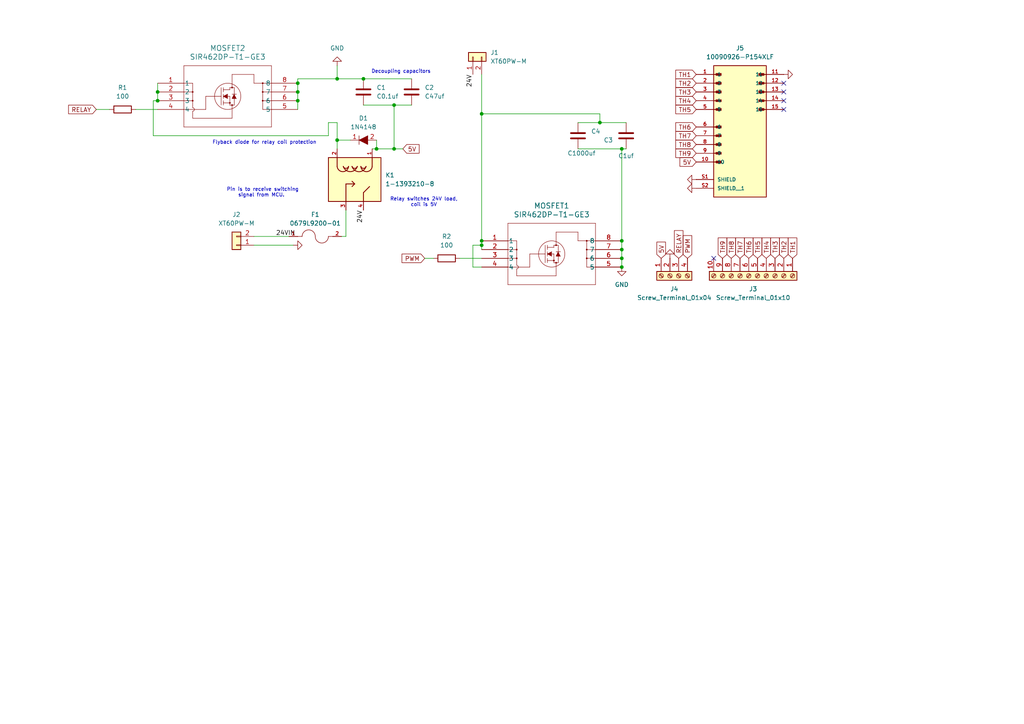
<source format=kicad_sch>
(kicad_sch (version 20250114) (generator "eeschema") (generator_version "9.0")
  (paper "A4")
  (lib_symbols
    (symbol "0679L9200-01:0679L9200-01" (pin_names (offset 1.016))
      (property "Reference" "F" (at -5.08 2.54 0))
      (property "Value" "0679L9200-01" (at -5.08 -3.81 0))
      (symbol "0679L9200-01_0_0"
        (polyline (pts (xy -5.08 0) (xy -3.81 0)) (stroke (width 0.1524)))
        (arc (start -3.81 0) (mid -1.905 1.8967) (end 0 0) (stroke (width 0.1524)))
        (arc (start 3.81 0) (mid 1.905 -1.8967) (end 0 0) (stroke (width 0.1524)))
        (polyline (pts (xy 5.08 0) (xy 3.81 0)) (stroke (width 0.1524)))
        (pin passive line (at -7.62 0 0) (length 2.54) (name "~") (number "1"))
        (pin passive line (at 7.62 0 180) (length 2.54) (name "~") (number "2"))
      )
    )
    (symbol "1-1393210-8:1-1393210-8" (pin_names (offset 1.016))
      (property "Reference" "K" (at -7.6217 8.1298 0))
      (property "Value" "1-1393210-8" (at -7.626 -10.1679 0))
      (symbol "1-1393210-8_0_0"
        (polyline (pts (xy -7.62 5.08) (xy -5.08 5.08)) (stroke (width 0.254)))
        (polyline (pts (xy -7.62 -5.08) (xy -5.08 -5.08)) (stroke (width 0.254)))
        (rectangle (start -7.62 -7.62) (end 5.08 7.62) (stroke (width 0.254)) (fill (type background)))
        (arc (start -5.08 0.762) (mid -3.556 -1.2604) (end -5.08 -3.302) (stroke (width 0.254)))
        (arc (start -5.08 3.302) (mid -3.5407 1.2593) (end -5.08 -0.762) (stroke (width 0.254)))
        (arc (start -5.08 3.302) (mid -4.5085 2.54) (end -5.08 1.778) (stroke (width 0.254)))
        (arc (start -5.08 0.762) (mid -4.5085 0) (end -5.08 -0.762) (stroke (width 0.254)))
        (arc (start -5.08 -1.778) (mid -4.5085 -2.54) (end -5.08 -3.302) (stroke (width 0.254)))
        (arc (start -5.08 5.08) (mid -3.5512 3.4405) (end -5.08 1.778) (stroke (width 0.254)))
        (arc (start -5.08 -1.778) (mid -3.5512 -3.4175) (end -5.08 -5.08) (stroke (width 0.254)))
        (polyline (pts (xy 0 0) (xy -0.762 -0.762)) (stroke (width 0.254)))
        (polyline (pts (xy 0 0) (xy 0.762 -0.762)) (stroke (width 0.254)))
        (polyline (pts (xy 0 -2.54) (xy 0 0)) (stroke (width 0.254)))
        (polyline (pts (xy 2.54 2.54) (xy 0.762 4.318)) (stroke (width 0.254)))
        (polyline (pts (xy 5.08 2.54) (xy 2.54 2.54)) (stroke (width 0.254)))
        (polyline (pts (xy 5.08 -2.54) (xy 0 -2.54)) (stroke (width 0.254)))
        (pin passive line (at -10.16 5.08 0) (length 2.54) (name "~") (number "1"))
        (pin passive line (at -10.16 -5.08 0) (length 2.54) (name "~") (number "2"))
        (pin passive line (at 7.62 2.54 180) (length 2.54) (name "~") (number "4"))
        (pin passive line (at 7.62 -2.54 180) (length 2.54) (name "~") (number "3"))
      )
    )
    (symbol "10090926-P154XLF:10090926-P154XLF" (pin_names (offset 1.016))
      (property "Reference" "J" (at -7.62 19.05 0))
      (property "Value" "10090926-P154XLF" (at -7.62 -22.86 0))
      (symbol "10090926-P154XLF_0_0"
        (polyline (pts (xy -7.62 15.24) (xy -5.715 15.24)) (stroke (width 0.254)))
        (polyline (pts (xy -7.62 12.7) (xy -5.715 12.7)) (stroke (width 0.254)))
        (polyline (pts (xy -7.62 10.16) (xy -5.715 10.16)) (stroke (width 0.254)))
        (polyline (pts (xy -7.62 7.62) (xy -5.715 7.62)) (stroke (width 0.254)))
        (polyline (pts (xy -7.62 5.08) (xy -5.715 5.08)) (stroke (width 0.254)))
        (polyline (pts (xy -7.62 0) (xy -5.715 0)) (stroke (width 0.254)))
        (polyline (pts (xy -7.62 -2.54) (xy -5.715 -2.54)) (stroke (width 0.254)))
        (polyline (pts (xy -7.62 -5.08) (xy -5.715 -5.08)) (stroke (width 0.254)))
        (polyline (pts (xy -7.62 -7.62) (xy -5.715 -7.62)) (stroke (width 0.254)))
        (polyline (pts (xy -7.62 -10.16) (xy -5.715 -10.16)) (stroke (width 0.254)))
        (rectangle (start -7.62 -20.32) (end 7.62 17.78) (stroke (width 0.254)) (fill (type background)))
        (rectangle (start -6.985 14.9225) (end -5.3975 15.5575) (stroke (width 0.1)) (fill (type outline)))
        (rectangle (start -6.985 12.3825) (end -5.3975 13.0175) (stroke (width 0.1)) (fill (type outline)))
        (rectangle (start -6.985 9.8425) (end -5.3975 10.4775) (stroke (width 0.1)) (fill (type outline)))
        (rectangle (start -6.985 7.3025) (end -5.3975 7.9375) (stroke (width 0.1)) (fill (type outline)))
        (rectangle (start -6.985 4.7625) (end -5.3975 5.3975) (stroke (width 0.1)) (fill (type outline)))
        (rectangle (start -6.985 -0.3175) (end -5.3975 0.3175) (stroke (width 0.1)) (fill (type outline)))
        (rectangle (start -6.985 -2.8575) (end -5.3975 -2.2225) (stroke (width 0.1)) (fill (type outline)))
        (rectangle (start -6.985 -5.3975) (end -5.3975 -4.7625) (stroke (width 0.1)) (fill (type outline)))
        (rectangle (start -6.985 -7.9375) (end -5.3975 -7.3025) (stroke (width 0.1)) (fill (type outline)))
        (rectangle (start -6.985 -10.4775) (end -5.3975 -9.8425) (stroke (width 0.1)) (fill (type outline)))
        (rectangle (start 5.3975 14.9225) (end 6.985 15.5575) (stroke (width 0.1)) (fill (type outline)))
        (rectangle (start 5.3975 12.3825) (end 6.985 13.0175) (stroke (width 0.1)) (fill (type outline)))
        (rectangle (start 5.3975 9.8425) (end 6.985 10.4775) (stroke (width 0.1)) (fill (type outline)))
        (rectangle (start 5.3975 7.3025) (end 6.985 7.9375) (stroke (width 0.1)) (fill (type outline)))
        (rectangle (start 5.3975 4.7625) (end 6.985 5.3975) (stroke (width 0.1)) (fill (type outline)))
        (polyline (pts (xy 7.62 15.24) (xy 5.715 15.24)) (stroke (width 0.254)))
        (polyline (pts (xy 7.62 12.7) (xy 5.715 12.7)) (stroke (width 0.254)))
        (polyline (pts (xy 7.62 10.16) (xy 5.715 10.16)) (stroke (width 0.254)))
        (polyline (pts (xy 7.62 7.62) (xy 5.715 7.62)) (stroke (width 0.254)))
        (polyline (pts (xy 7.62 5.08) (xy 5.715 5.08)) (stroke (width 0.254)))
        (pin passive line (at -12.7 15.24 0) (length 5.08) (name "1") (number "1"))
        (pin passive line (at -12.7 12.7 0) (length 5.08) (name "2") (number "2"))
        (pin passive line (at -12.7 10.16 0) (length 5.08) (name "3") (number "3"))
        (pin passive line (at -12.7 7.62 0) (length 5.08) (name "4") (number "4"))
        (pin passive line (at -12.7 5.08 0) (length 5.08) (name "5") (number "5"))
        (pin passive line (at -12.7 0 0) (length 5.08) (name "6") (number "6"))
        (pin passive line (at -12.7 -2.54 0) (length 5.08) (name "7") (number "7"))
        (pin passive line (at -12.7 -5.08 0) (length 5.08) (name "8") (number "8"))
        (pin passive line (at -12.7 -7.62 0) (length 5.08) (name "9") (number "9"))
        (pin passive line (at -12.7 -10.16 0) (length 5.08) (name "10") (number "10"))
        (pin passive line (at -12.7 -15.24 0) (length 5.08) (name "SHIELD") (number "S1"))
        (pin passive line (at -12.7 -17.78 0) (length 5.08) (name "SHIELD__1") (number "S2"))
        (pin passive line (at 12.7 15.24 180) (length 5.08) (name "11") (number "11"))
        (pin passive line (at 12.7 12.7 180) (length 5.08) (name "12") (number "12"))
        (pin passive line (at 12.7 10.16 180) (length 5.08) (name "13") (number "13"))
        (pin passive line (at 12.7 7.62 180) (length 5.08) (name "14") (number "14"))
        (pin passive line (at 12.7 5.08 180) (length 5.08) (name "15") (number "15"))
      )
    )
    (symbol "Connector:Screw_Terminal_01x04" (pin_names (offset 1.016) (hide yes))
      (property "Reference" "J" (at 0 5.08 0))
      (property "Value" "Screw_Terminal_01x04" (at 0 -7.62 0))
      (symbol "Screw_Terminal_01x04_1_1"
        (rectangle (start -1.27 3.81) (end 1.27 -6.35) (stroke (width 0.254)) (fill (type background)))
        (polyline (pts (xy -0.5334 2.8702) (xy 0.3302 2.032)) (stroke (width 0.1524)))
        (polyline (pts (xy -0.5334 0.3302) (xy 0.3302 -0.508)) (stroke (width 0.1524)))
        (polyline (pts (xy -0.5334 -2.2098) (xy 0.3302 -3.048)) (stroke (width 0.1524)))
        (polyline (pts (xy -0.5334 -4.7498) (xy 0.3302 -5.588)) (stroke (width 0.1524)))
        (polyline (pts (xy -0.3556 3.048) (xy 0.508 2.2098)) (stroke (width 0.1524)))
        (polyline (pts (xy -0.3556 0.508) (xy 0.508 -0.3302)) (stroke (width 0.1524)))
        (polyline (pts (xy -0.3556 -2.032) (xy 0.508 -2.8702)) (stroke (width 0.1524)))
        (polyline (pts (xy -0.3556 -4.572) (xy 0.508 -5.4102)) (stroke (width 0.1524)))
        (circle (center 0 2.54) (radius 0.635) (stroke (width 0.1524)))
        (circle (center 0 0) (radius 0.635) (stroke (width 0.1524)))
        (circle (center 0 -2.54) (radius 0.635) (stroke (width 0.1524)))
        (circle (center 0 -5.08) (radius 0.635) (stroke (width 0.1524)))
        (pin passive line (at -5.08 2.54 0) (length 3.81) (name "Pin_1") (number "1"))
        (pin passive line (at -5.08 0 0) (length 3.81) (name "Pin_2") (number "2"))
        (pin passive line (at -5.08 -2.54 0) (length 3.81) (name "Pin_3") (number "3"))
        (pin passive line (at -5.08 -5.08 0) (length 3.81) (name "Pin_4") (number "4"))
      )
    )
    (symbol "Connector:Screw_Terminal_01x10" (pin_names (offset 1.016) (hide yes))
      (property "Reference" "J" (at 0 12.7 0))
      (property "Value" "Screw_Terminal_01x10" (at 0 -15.24 0))
      (symbol "Screw_Terminal_01x10_1_1"
        (rectangle (start -1.27 11.43) (end 1.27 -13.97) (stroke (width 0.254)) (fill (type background)))
        (polyline (pts (xy -0.5334 10.4902) (xy 0.3302 9.652)) (stroke (width 0.1524)))
        (polyline (pts (xy -0.5334 7.9502) (xy 0.3302 7.112)) (stroke (width 0.1524)))
        (polyline (pts (xy -0.5334 5.4102) (xy 0.3302 4.572)) (stroke (width 0.1524)))
        (polyline (pts (xy -0.5334 2.8702) (xy 0.3302 2.032)) (stroke (width 0.1524)))
        (polyline (pts (xy -0.5334 0.3302) (xy 0.3302 -0.508)) (stroke (width 0.1524)))
        (polyline (pts (xy -0.5334 -2.2098) (xy 0.3302 -3.048)) (stroke (width 0.1524)))
        (polyline (pts (xy -0.5334 -4.7498) (xy 0.3302 -5.588)) (stroke (width 0.1524)))
        (polyline (pts (xy -0.5334 -7.2898) (xy 0.3302 -8.128)) (stroke (width 0.1524)))
        (polyline (pts (xy -0.5334 -9.8298) (xy 0.3302 -10.668)) (stroke (width 0.1524)))
        (polyline (pts (xy -0.5334 -12.3698) (xy 0.3302 -13.208)) (stroke (width 0.1524)))
        (polyline (pts (xy -0.3556 10.668) (xy 0.508 9.8298)) (stroke (width 0.1524)))
        (polyline (pts (xy -0.3556 8.128) (xy 0.508 7.2898)) (stroke (width 0.1524)))
        (polyline (pts (xy -0.3556 5.588) (xy 0.508 4.7498)) (stroke (width 0.1524)))
        (polyline (pts (xy -0.3556 3.048) (xy 0.508 2.2098)) (stroke (width 0.1524)))
        (polyline (pts (xy -0.3556 0.508) (xy 0.508 -0.3302)) (stroke (width 0.1524)))
        (polyline (pts (xy -0.3556 -2.032) (xy 0.508 -2.8702)) (stroke (width 0.1524)))
        (polyline (pts (xy -0.3556 -4.572) (xy 0.508 -5.4102)) (stroke (width 0.1524)))
        (polyline (pts (xy -0.3556 -7.112) (xy 0.508 -7.9502)) (stroke (width 0.1524)))
        (polyline (pts (xy -0.3556 -9.652) (xy 0.508 -10.4902)) (stroke (width 0.1524)))
        (polyline (pts (xy -0.3556 -12.192) (xy 0.508 -13.0302)) (stroke (width 0.1524)))
        (circle (center 0 10.16) (radius 0.635) (stroke (width 0.1524)))
        (circle (center 0 7.62) (radius 0.635) (stroke (width 0.1524)))
        (circle (center 0 5.08) (radius 0.635) (stroke (width 0.1524)))
        (circle (center 0 2.54) (radius 0.635) (stroke (width 0.1524)))
        (circle (center 0 0) (radius 0.635) (stroke (width 0.1524)))
        (circle (center 0 -2.54) (radius 0.635) (stroke (width 0.1524)))
        (circle (center 0 -5.08) (radius 0.635) (stroke (width 0.1524)))
        (circle (center 0 -7.62) (radius 0.635) (stroke (width 0.1524)))
        (circle (center 0 -10.16) (radius 0.635) (stroke (width 0.1524)))
        (circle (center 0 -12.7) (radius 0.635) (stroke (width 0.1524)))
        (pin passive line (at -5.08 10.16 0) (length 3.81) (name "Pin_1") (number "1"))
        (pin passive line (at -5.08 7.62 0) (length 3.81) (name "Pin_2") (number "2"))
        (pin passive line (at -5.08 5.08 0) (length 3.81) (name "Pin_3") (number "3"))
        (pin passive line (at -5.08 2.54 0) (length 3.81) (name "Pin_4") (number "4"))
        (pin passive line (at -5.08 0 0) (length 3.81) (name "Pin_5") (number "5"))
        (pin passive line (at -5.08 -2.54 0) (length 3.81) (name "Pin_6") (number "6"))
        (pin passive line (at -5.08 -5.08 0) (length 3.81) (name "Pin_7") (number "7"))
        (pin passive line (at -5.08 -7.62 0) (length 3.81) (name "Pin_8") (number "8"))
        (pin passive line (at -5.08 -10.16 0) (length 3.81) (name "Pin_9") (number "9"))
        (pin passive line (at -5.08 -12.7 0) (length 3.81) (name "Pin_10") (number "10"))
      )
    )
    (symbol "Connector_Generic:Conn_01x02" (pin_names (offset 1.016) (hide yes))
      (property "Reference" "J" (at 0 2.54 0))
      (property "Value" "Conn_01x02" (at 0 -5.08 0))
      (symbol "Conn_01x02_1_1"
        (rectangle (start -1.27 1.27) (end 1.27 -3.81) (stroke (width 0.254)) (fill (type background)))
        (rectangle (start -1.27 0.127) (end 0 -0.127) (stroke (width 0.1524)))
        (rectangle (start -1.27 -2.413) (end 0 -2.667) (stroke (width 0.1524)))
        (pin passive line (at -5.08 0 0) (length 3.81) (name "Pin_1") (number "1"))
        (pin passive line (at -5.08 -2.54 0) (length 3.81) (name "Pin_2") (number "2"))
      )
    )
    (symbol "Device:C" (pin_numbers (hide yes)) (pin_names (offset 0.254))
      (property "Reference" "C" (at 0.635 2.54 0))
      (property "Value" "C" (at 0.635 -2.54 0))
      (symbol "C_0_1"
        (polyline (pts (xy -2.032 0.762) (xy 2.032 0.762)) (stroke (width 0.508)))
        (polyline (pts (xy -2.032 -0.762) (xy 2.032 -0.762)) (stroke (width 0.508)))
      )
      (symbol "C_1_1"
        (pin passive line (at 0 3.81 270) (length 2.794) (name "~") (number "1"))
        (pin passive line (at 0 -3.81 90) (length 2.794) (name "~") (number "2"))
      )
    )
    (symbol "SIR:SIR462DP-T1-GE3" (pin_names (offset 0.254))
      (property "Reference" "MOSFET" (at 20.32 10.16 0))
      (property "Value" "SIR462DP-T1-GE3" (at 20.32 7.62 0))
      (symbol "SIR462DP-T1-GE3_0_1"
        (polyline (pts (xy 7.62 5.08) (xy 7.62 -12.7)) (stroke (width 0.127)))
        (polyline (pts (xy 7.62 0) (xy 10.16 0)) (stroke (width 0.127)))
        (polyline (pts (xy 7.62 -2.54) (xy 10.16 -2.54)) (stroke (width 0.127)))
        (polyline (pts (xy 7.62 -5.08) (xy 10.16 -5.08)) (stroke (width 0.127)))
        (polyline (pts (xy 7.62 -7.62) (xy 13.97 -7.62)) (stroke (width 0.127)))
        (polyline (pts (xy 7.62 -12.7) (xy 33.02 -12.7)) (stroke (width 0.127)))
        (arc (start 10.16 -7.112) (mid 10.6657 -7.62) (end 10.16 -8.128) (stroke (width 0.127)))
        (polyline (pts (xy 10.16 0) (xy 10.16 -7.112)) (stroke (width 0.127)))
        (circle (center 10.16 -2.54) (radius 0.127) (stroke (width 0.254)))
        (circle (center 10.16 -5.08) (radius 0.127) (stroke (width 0.254)))
        (polyline (pts (xy 10.16 -8.128) (xy 10.16 -10.16)) (stroke (width 0.127)))
        (polyline (pts (xy 10.16 -10.16) (xy 21.59 -10.16)) (stroke (width 0.127)))
        (polyline (pts (xy 13.97 -3.81) (xy 18.415 -3.81)) (stroke (width 0.127)))
        (polyline (pts (xy 13.97 -7.62) (xy 13.97 -3.81)) (stroke (width 0.127)))
        (polyline (pts (xy 18.415 -6.35) (xy 18.415 -1.27)) (stroke (width 0.127)))
        (polyline (pts (xy 19.05 -1.905) (xy 20.955 -1.905)) (stroke (width 0.127)))
        (polyline (pts (xy 19.05 -2.54) (xy 19.05 -1.27)) (stroke (width 0.127)))
        (polyline (pts (xy 19.05 -4.445) (xy 19.05 -3.175)) (stroke (width 0.127)))
        (polyline (pts (xy 19.05 -5.715) (xy 20.955 -5.715)) (stroke (width 0.127)))
        (polyline (pts (xy 19.05 -6.35) (xy 19.05 -5.08)) (stroke (width 0.127)))
        (polyline (pts (xy 20.32 -3.175) (xy 19.05 -3.81) (xy 20.32 -4.445)) (fill (type outline)))
        (polyline (pts (xy 20.32 -3.81) (xy 20.955 -3.81)) (stroke (width 0.127)))
        (circle (center 20.32 -3.81) (radius 3.81) (stroke (width 0.127)))
        (polyline (pts (xy 20.955 -1.27) (xy 22.225 -1.27)) (stroke (width 0.127)))
        (polyline (pts (xy 20.955 -1.905) (xy 20.955 -1.27)) (stroke (width 0.127)))
        (circle (center 20.955 -5.715) (radius 0.127) (stroke (width 0.254)))
        (polyline (pts (xy 20.955 -6.35) (xy 20.955 -3.81)) (stroke (width 0.127)))
        (polyline (pts (xy 20.955 -6.35) (xy 22.225 -6.35)) (stroke (width 0.127)))
        (polyline (pts (xy 21.59 2.54) (xy 21.59 -1.27)) (stroke (width 0.127)))
        (circle (center 21.59 -1.27) (radius 0.127) (stroke (width 0.254)))
        (circle (center 21.59 -6.35) (radius 0.127) (stroke (width 0.254)))
        (polyline (pts (xy 21.59 -10.16) (xy 21.59 -6.35)) (stroke (width 0.127)))
        (polyline (pts (xy 22.225 -3.175) (xy 22.225 -1.27)) (stroke (width 0.127)))
        (polyline (pts (xy 22.225 -6.35) (xy 22.225 -4.445)) (stroke (width 0.127)))
        (polyline (pts (xy 22.86 -3.175) (xy 21.59 -3.175)) (stroke (width 0.127)))
        (polyline (pts (xy 22.86 -4.445) (xy 21.59 -4.445) (xy 22.225 -3.175)) (fill (type outline)))
        (polyline (pts (xy 27.94 2.54) (xy 21.59 2.54)) (stroke (width 0.127)))
        (polyline (pts (xy 27.94 0) (xy 27.94 2.54)) (stroke (width 0.127)))
        (circle (center 30.48 0) (radius 0.127) (stroke (width 0.254)))
        (circle (center 30.48 -2.54) (radius 0.127) (stroke (width 0.254)))
        (circle (center 30.48 -5.08) (radius 0.127) (stroke (width 0.254)))
        (polyline (pts (xy 30.48 -7.62) (xy 30.48 0)) (stroke (width 0.127)))
        (polyline (pts (xy 33.02 5.08) (xy 7.62 5.08)) (stroke (width 0.127)))
        (polyline (pts (xy 33.02 0) (xy 27.94 0)) (stroke (width 0.127)))
        (polyline (pts (xy 33.02 -2.54) (xy 30.48 -2.54)) (stroke (width 0.127)))
        (polyline (pts (xy 33.02 -5.08) (xy 30.48 -5.08)) (stroke (width 0.127)))
        (polyline (pts (xy 33.02 -7.62) (xy 30.48 -7.62)) (stroke (width 0.127)))
        (polyline (pts (xy 33.02 -12.7) (xy 33.02 5.08)) (stroke (width 0.127)))
        (pin unspecified line (at 0 0 0) (length 7.62) (name "1") (number "1"))
        (pin unspecified line (at 0 -2.54 0) (length 7.62) (name "2") (number "2"))
        (pin unspecified line (at 0 -5.08 0) (length 7.62) (name "3") (number "3"))
        (pin unspecified line (at 0 -7.62 0) (length 7.62) (name "4") (number "4"))
        (pin unspecified line (at 40.64 0 180) (length 7.62) (name "8") (number "8"))
        (pin unspecified line (at 40.64 -2.54 180) (length 7.62) (name "7") (number "7"))
        (pin unspecified line (at 40.64 -5.08 180) (length 7.62) (name "6") (number "6"))
        (pin unspecified line (at 40.64 -7.62 180) (length 7.62) (name "5") (number "5"))
      )
    )
    (symbol "ScottoKeebs:Placeholder_Resistor" (pin_numbers (hide yes)) (pin_names (offset 0))
      (property "Reference" "R" (at 0 2.032 0))
      (property "Value" "Resistor" (at 0 -2.54 0))
      (symbol "Placeholder_Resistor_0_1"
        (rectangle (start 2.54 -1.016) (end -2.54 1.016) (stroke (width 0.254)))
      )
      (symbol "Placeholder_Resistor_1_1"
        (pin passive line (at -3.81 0 0) (length 1.27) (name "~") (number "1"))
        (pin passive line (at 3.81 0 180) (length 1.27) (name "~") (number "2"))
      )
    )
    (symbol "dk_Diodes-Rectifiers-Single:1N4148" (pin_names (offset 1.016))
      (property "Reference" "D" (at 0 3.81 0))
      (property "Value" "1N4148" (at 1.27 -3.81 0))
      (symbol "1N4148_0_1"
        (polyline (pts (xy 0 1.27) (xy 0 -1.27)))
        (polyline (pts (xy 0 0) (xy 2.54 0)))
        (polyline (pts (xy 2.54 1.27) (xy 2.54 -1.27) (xy 0 0) (xy 2.54 1.27)) (fill (type outline)))
      )
      (symbol "1N4148_1_1"
        (pin passive line (at -2.54 0 0) (length 2.54) (name "~") (number "1"))
        (pin passive line (at 5.08 0 180) (length 2.54) (name "~") (number "2"))
      )
    )
    (symbol "power:GND" (power) (pin_numbers (hide yes)) (pin_names (offset 0) (hide yes))
      (property "Value" "GND" (at 0 -3.81 0))
      (symbol "GND_0_1"
        (polyline (pts (xy 0 0) (xy 0 -1.27) (xy 1.27 -1.27) (xy 0 -2.54) (xy -1.27 -1.27) (xy 0 -1.27)))
      )
      (symbol "GND_1_1"
        (pin power_in line (at 0 0 270) (length 0) (name "~") (number "1"))
      )
    )
  )
  (text "Decoupling capacitors\n" (at 116.332 20.828 0) (effects (font (size 1.016 1.016))))
  (text "Relay switches 24V load,\ncoil is 5V" (at 122.936 58.674 0) (effects (font (size 1.016 1.016))))
  (text "Flyback diode for relay coil protection" (at 76.708 41.402 0) (effects (font (size 1.016 1.016))))
  (text "Pin is to receive switching\nsignal from MCU. \n" (at 76.2 55.88 0) (effects (font (size 1.016 1.016))))
  (junction (at 180.34 69.85))
  (junction (at 86.36 29.21))
  (junction (at 139.7 71.12))
  (junction (at 139.7 33.02))
  (junction (at 180.34 74.93))
  (junction (at 180.34 72.39))
  (junction (at 114.3 30.48))
  (junction (at 45.72 29.21))
  (junction (at 97.79 40.64))
  (junction (at 139.7 69.85))
  (junction (at 180.34 43.18))
  (junction (at 109.22 43.18))
  (junction (at 180.34 77.47))
  (junction (at 45.72 26.67))
  (junction (at 97.79 22.86))
  (junction (at 173.99 35.56))
  (junction (at 86.36 24.13))
  (junction (at 105.41 22.86))
  (junction (at 86.36 26.67))
  (junction (at 114.3 43.18))
  (no_connect (at 227.33 31.75))
  (no_connect (at 227.33 29.21))
  (no_connect (at 207.01 74.93))
  (no_connect (at 227.33 24.13))
  (no_connect (at 227.33 26.67))
  (wire (pts (xy 139.7 71.12) (xy 139.7 72.39)))
  (wire (pts (xy 45.72 24.13) (xy 45.72 26.67)))
  (wire (pts (xy 123.19 74.93) (xy 125.73 74.93)))
  (wire (pts (xy 73.66 68.58) (xy 83.82 68.58)))
  (wire (pts (xy 45.72 29.21) (xy 44.45 29.21)))
  (wire (pts (xy 27.94 31.75) (xy 31.75 31.75)))
  (wire (pts (xy 97.79 35.56) (xy 97.79 40.64)))
  (wire (pts (xy 107.95 43.18) (xy 109.22 43.18)))
  (wire (pts (xy 173.99 35.56) (xy 173.99 33.02)))
  (wire (pts (xy 180.34 72.39) (xy 180.34 69.85)))
  (wire (pts (xy 95.25 39.37) (xy 95.25 35.56)))
  (wire (pts (xy 86.36 22.86) (xy 86.36 24.13)))
  (wire (pts (xy 133.35 74.93) (xy 139.7 74.93)))
  (wire (pts (xy 100.33 68.58) (xy 99.06 68.58)))
  (wire (pts (xy 180.34 69.85) (xy 180.34 43.18)))
  (wire (pts (xy 73.66 71.12) (xy 85.09 71.12)))
  (wire (pts (xy 167.64 43.18) (xy 180.34 43.18)))
  (wire (pts (xy 39.37 31.75) (xy 45.72 31.75)))
  (wire (pts (xy 86.36 24.13) (xy 86.36 26.67)))
  (wire (pts (xy 137.16 77.47) (xy 137.16 71.12)))
  (wire (pts (xy 97.79 19.05) (xy 97.79 22.86)))
  (wire (pts (xy 86.36 26.67) (xy 86.36 29.21)))
  (wire (pts (xy 139.7 77.47) (xy 137.16 77.47)))
  (wire (pts (xy 139.7 21.59) (xy 139.7 33.02)))
  (wire (pts (xy 181.61 43.18) (xy 180.34 43.18)))
  (wire (pts (xy 139.7 33.02) (xy 173.99 33.02)))
  (wire (pts (xy 105.41 22.86) (xy 119.38 22.86)))
  (wire (pts (xy 173.99 35.56) (xy 181.61 35.56)))
  (wire (pts (xy 114.3 30.48) (xy 114.3 43.18)))
  (wire (pts (xy 95.25 35.56) (xy 97.79 35.56)))
  (wire (pts (xy 44.45 29.21) (xy 44.45 39.37)))
  (wire (pts (xy 45.72 26.67) (xy 45.72 29.21)))
  (wire (pts (xy 167.64 35.56) (xy 173.99 35.56)))
  (wire (pts (xy 97.79 40.64) (xy 97.79 43.18)))
  (wire (pts (xy 119.38 30.48) (xy 114.3 30.48)))
  (wire (pts (xy 44.45 39.37) (xy 95.25 39.37)))
  (wire (pts (xy 180.34 74.93) (xy 180.34 72.39)))
  (wire (pts (xy 137.16 71.12) (xy 139.7 71.12)))
  (wire (pts (xy 97.79 40.64) (xy 101.6 40.64)))
  (wire (pts (xy 86.36 29.21) (xy 86.36 31.75)))
  (wire (pts (xy 180.34 77.47) (xy 180.34 74.93)))
  (wire (pts (xy 139.7 33.02) (xy 139.7 69.85)))
  (wire (pts (xy 97.79 22.86) (xy 105.41 22.86)))
  (wire (pts (xy 139.7 69.85) (xy 139.7 71.12)))
  (wire (pts (xy 114.3 43.18) (xy 116.84 43.18)))
  (wire (pts (xy 100.33 60.96) (xy 100.33 68.58)))
  (wire (pts (xy 109.22 43.18) (xy 109.22 40.64)))
  (wire (pts (xy 105.41 30.48) (xy 114.3 30.48)))
  (wire (pts (xy 97.79 22.86) (xy 86.36 22.86)))
  (wire (pts (xy 109.22 43.18) (xy 114.3 43.18)))
  (label "24VIN" (at 80.01 68.58 0))
  (label "24V" (at 137.16 21.59 270))
  (label "24V" (at 105.41 60.96 270))
  (global_label "TH3" (shape input) (at 224.79 74.93 90) (property "Intersheetrefs" "${INTERSHEET_REFS}" (effects (hide yes))))
  (global_label "TH5" (shape input) (at 219.71 74.93 90) (property "Intersheetrefs" "${INTERSHEET_REFS}" (effects (hide yes))))
  (global_label "5V" (shape input) (at 191.77 74.93 90) (property "Intersheetrefs" "${INTERSHEET_REFS}" (effects (hide yes))))
  (global_label "TH3" (shape input) (at 201.93 26.67 180) (property "Intersheetrefs" "${INTERSHEET_REFS}" (effects (hide yes))))
  (global_label "TH9" (shape input) (at 209.55 74.93 90) (property "Intersheetrefs" "${INTERSHEET_REFS}" (effects (hide yes))))
  (global_label "TH4" (shape input) (at 201.93 29.21 180) (property "Intersheetrefs" "${INTERSHEET_REFS}" (effects (hide yes))))
  (global_label "TH5" (shape input) (at 201.93 31.75 180) (property "Intersheetrefs" "${INTERSHEET_REFS}" (effects (hide yes))))
  (global_label "PWM" (shape input) (at 199.39 74.93 90) (property "Intersheetrefs" "${INTERSHEET_REFS}" (effects (hide yes))))
  (global_label "TH4" (shape input) (at 222.25 74.93 90) (property "Intersheetrefs" "${INTERSHEET_REFS}" (effects (hide yes))))
  (global_label "5V" (shape input) (at 201.93 46.99 180) (property "Intersheetrefs" "${INTERSHEET_REFS}" (effects (hide yes))))
  (global_label "TH6" (shape input) (at 201.93 36.83 180) (property "Intersheetrefs" "${INTERSHEET_REFS}" (effects (hide yes))))
  (global_label "TH8" (shape input) (at 212.09 74.93 90) (property "Intersheetrefs" "${INTERSHEET_REFS}" (effects (hide yes))))
  (global_label "5V" (shape input) (at 116.84 43.18 0) (property "Intersheetrefs" "${INTERSHEET_REFS}" (effects (hide yes))))
  (global_label "TH7" (shape input) (at 214.63 74.93 90) (property "Intersheetrefs" "${INTERSHEET_REFS}" (effects (hide yes))))
  (global_label "TH7" (shape input) (at 201.93 39.37 180) (property "Intersheetrefs" "${INTERSHEET_REFS}" (effects (hide yes))))
  (global_label "RELAY" (shape input) (at 196.85 74.93 90) (property "Intersheetrefs" "${INTERSHEET_REFS}" (effects (hide yes))))
  (global_label "TH2" (shape input) (at 227.33 74.93 90) (property "Intersheetrefs" "${INTERSHEET_REFS}" (effects (hide yes))))
  (global_label "RELAY" (shape input) (at 27.94 31.75 180) (property "Intersheetrefs" "${INTERSHEET_REFS}" (effects (hide yes))))
  (global_label "TH9" (shape input) (at 201.93 44.45 180) (property "Intersheetrefs" "${INTERSHEET_REFS}" (effects (hide yes))))
  (global_label "TH2" (shape input) (at 201.93 24.13 180) (property "Intersheetrefs" "${INTERSHEET_REFS}" (effects (hide yes))))
  (global_label "TH1" (shape input) (at 229.87 74.93 90) (property "Intersheetrefs" "${INTERSHEET_REFS}" (effects (hide yes))))
  (global_label "TH1" (shape input) (at 201.93 21.59 180) (property "Intersheetrefs" "${INTERSHEET_REFS}" (effects (hide yes))))
  (global_label "PWM" (shape input) (at 123.19 74.93 180) (property "Intersheetrefs" "${INTERSHEET_REFS}" (effects (hide yes))))
  (global_label "TH6" (shape input) (at 217.17 74.93 90) (property "Intersheetrefs" "${INTERSHEET_REFS}" (effects (hide yes))))
  (global_label "TH8" (shape input) (at 201.93 41.91 180) (property "Intersheetrefs" "${INTERSHEET_REFS}" (effects (hide yes))))
  (symbol (lib_id "power:GND") (at 227.33 21.59 90) (unit 1)
    (property "Reference" "#PWR07" (effects (hide yes)))
    (property "Value" "GND" (effects (hide yes)))
    (property "Description" "Power symbol creates a global label with name \"GND\" , ground" (effects (hide yes)))
  )
  (symbol (lib_id "power:GND") (at 201.93 52.07 270) (unit 1)
    (property "Reference" "#PWR05" (effects (hide yes)))
    (property "Value" "GND" (effects (hide yes)))
    (property "Description" "Power symbol creates a global label with name \"GND\" , ground" (effects (hide yes)))
  )
  (symbol (lib_id "Device:C") (at 181.61 39.37 180) (unit 1)
    (property "Reference" "C3" (at 177.8 40.6401 0) (effects (justify left)))
    (property "Value" "C1uf" (at 183.896 45.212 0) (effects (justify left)))
    (property "Footprint" "Capacitor_SMD:C_0805_2012Metric" (effects (hide yes)))
    (property "Description" "Unpolarized capacitor" (effects (hide yes)))
  )
  (symbol (lib_id "1-1393210-8:1-1393210-8") (at 102.87 53.34 270) (unit 1)
    (property "Reference" "K1" (at 111.76 50.7999 90) (effects (justify left)))
    (property "Value" "1-1393210-8" (at 111.76 53.3399 90) (effects (justify left)))
    (property "Footprint" "T9AS1D12_24:RELAY_1-1393210-8" (effects (hide yes)))
    (property "PARTREV" "0815" (effects (hide yes)))
    (property "STANDARD" "Manufacturer Recommendations" (effects (hide yes)))
    (property "MANUFACTURER" "TE connectivity" (effects (hide yes)))
  )
  (symbol (lib_id "power:GND") (at 180.34 77.47 0) (unit 1)
    (property "Reference" "#PWR03" (effects (hide yes)))
    (property "Value" "GND" (at 180.34 82.55 0))
    (property "Description" "Power symbol creates a global label with name \"GND\" , ground" (effects (hide yes)))
  )
  (symbol (lib_id "Connector:Screw_Terminal_01x10") (at 219.71 80.01 270) (unit 1)
    (property "Reference" "J3" (at 218.44 83.82 90))
    (property "Value" "Screw_Terminal_01x10" (at 218.44 86.36 90))
    (property "Footprint" "Connector_Phoenix_MC:PhoenixContact_MCV_1,5_10-G-3.5_1x10_P3.50mm_Vertical" (effects (hide yes)))
    (property "Description" "Generic screw terminal, single row, 01x10, script generated (kicad-library-utils/schlib/autogen/connector/)" (effects (hide yes)))
  )
  (symbol (lib_id "10090926-P154XLF:10090926-P154XLF") (at 214.63 36.83 0) (unit 1)
    (property "Reference" "J5" (at 214.63 13.97 0))
    (property "Value" "10090926-P154XLF" (at 214.63 16.51 0))
    (property "Footprint" "10090926_P154XLF:AMPHENOL_10090926-P154XLF" (effects (hide yes)))
    (property "PARTREV" "H" (effects (hide yes)))
    (property "STANDARD" "Manufacturer Recommendations" (effects (hide yes)))
    (property "SNAPEDA_PN" "10090926-P154XLF" (effects (hide yes)))
    (property "MAXIMUM_PACKAGE_HEIGHT" "12.7mm" (effects (hide yes)))
    (property "MANUFACTURER" "Amphenol" (effects (hide yes)))
  )
  (symbol (lib_id "SIR:SIR462DP-T1-GE3") (at 139.7 69.85 0) (unit 1)
    (property "Reference" "MOSFET1" (at 160.02 59.69 0) (effects (font (size 1.524 1.524))))
    (property "Value" "SIR462DP-T1-GE3" (at 160.02 62.23 0) (effects (font (size 1.524 1.524))))
    (property "Footprint" "SIR462DP:POWERPAK_SO-8_SINGLE_VIS" (effects (hide yes)))
    (property "Datasheet" "SIR462DP-T1-GE3" (effects (hide yes)))
  )
  (symbol (lib_id "SIR:SIR462DP-T1-GE3") (at 45.72 24.13 0) (unit 1)
    (property "Reference" "MOSFET2" (at 66.04 13.97 0) (effects (font (size 1.524 1.524))))
    (property "Value" "SIR462DP-T1-GE3" (at 66.04 16.51 0) (effects (font (size 1.524 1.524))))
    (property "Footprint" "SIR462DP:POWERPAK_SO-8_SINGLE_VIS" (effects (hide yes)))
    (property "Datasheet" "SIR462DP-T1-GE3" (effects (hide yes)))
  )
  (symbol (lib_id "power:GND") (at 85.09 71.12 90) (unit 1)
    (property "Reference" "#PWR04" (effects (hide yes)))
    (property "Value" "GND" (effects (hide yes)))
    (property "Description" "Power symbol creates a global label with name \"GND\" , ground" (effects (hide yes)))
  )
  (symbol (lib_id "Device:C") (at 119.38 26.67 0) (unit 1)
    (property "Reference" "C2" (at 123.19 25.3999 0) (effects (justify left)))
    (property "Value" "C47uf" (at 123.19 27.9399 0) (effects (justify left)))
    (property "Footprint" "Capacitor_THT:CP_Radial_D6.3mm_P2.50mm" (effects (hide yes)))
    (property "Description" "Unpolarized capacitor" (effects (hide yes)))
  )
  (symbol (lib_id "ScottoKeebs:Placeholder_Resistor") (at 35.56 31.75 0) (unit 1)
    (property "Reference" "R1" (at 35.56 25.4 0))
    (property "Value" "100" (at 35.56 27.94 0))
    (property "Footprint" "Resistor_SMD:R_0805_2012Metric" (effects (hide yes)))
    (property "Description" "Resistor" (effects (hide yes)))
  )
  (symbol (lib_id "Connector:Screw_Terminal_01x04") (at 194.31 80.01 90) (mirror x) (unit 1)
    (property "Reference" "J4" (at 195.58 83.82 90))
    (property "Value" "Screw_Terminal_01x04" (at 195.58 86.36 90))
    (property "Footprint" "1985218:TE_1985218" (effects (hide yes)))
    (property "Description" "Generic screw terminal, single row, 01x04, script generated (kicad-library-utils/schlib/autogen/connector/)" (effects (hide yes)))
  )
  (symbol (lib_id "0679L9200-01:0679L9200-01") (at 91.44 68.58 0) (unit 1)
    (property "Reference" "F1" (at 91.44 62.23 0))
    (property "Value" "0679L9200-01" (at 91.44 64.77 0))
    (property "Footprint" "0679L9200_01:FUSC6125X279N" (effects (hide yes)))
    (property "PARTREV" "0679H Apr2019" (effects (hide yes)))
    (property "MANUFACTURER" "BELFUSE" (effects (hide yes)))
    (property "MAXIMUM_PACKAGE_HEIGHT" "2.79mm" (effects (hide yes)))
    (property "STANDARD" "IPC-7351B" (effects (hide yes)))
  )
  (symbol (lib_id "power:GND") (at 97.79 19.05 180) (unit 1)
    (property "Reference" "#PWR02" (effects (hide yes)))
    (property "Value" "GND" (at 97.79 13.97 0))
    (property "Description" "Power symbol creates a global label with name \"GND\" , ground" (effects (hide yes)))
  )
  (symbol (lib_id "Connector_Generic:Conn_01x02") (at 137.16 16.51 90) (unit 1)
    (property "Reference" "J1" (at 142.24 15.2399 90) (effects (justify right)))
    (property "Value" "XT60PW-M" (at 142.24 17.7799 90) (effects (justify right)))
    (property "Footprint" "XT60PW-M:AMASS_XT60PW-M" (effects (hide yes)))
    (property "Description" "Generic connector, single row, 01x02, script generated (kicad-library-utils/schlib/autogen/connector/)" (effects (hide yes)))
  )
  (symbol (lib_id "dk_Diodes-Rectifiers-Single:1N4148") (at 104.14 40.64 0) (unit 1)
    (property "Reference" "D1" (at 105.41 34.29 0))
    (property "Value" "1N4148" (at 105.41 36.83 0))
    (property "Footprint" "digikey-footprints:Diode_DO-35_P10mm" (effects (hide yes)))
    (property "Datasheet" "https://www.onsemi.com/pub/Collateral/1N914-D.PDF" (effects (hide yes)))
    (property "Description" "DIODE GEN PURP 100V 200MA DO35" (effects (hide yes)))
    (property "Digi-Key_PN" "1N4148FS-ND" (effects (hide yes)))
    (property "MPN" "1N4148" (effects (hide yes)))
    (property "Category" "Discrete Semiconductor Products" (effects (hide yes)))
    (property "Family" "Diodes - Rectifiers - Single" (effects (hide yes)))
    (property "DK_Datasheet_Link" "https://www.onsemi.com/pub/Collateral/1N914-D.PDF" (effects (hide yes)))
    (property "DK_Detail_Page" "/product-detail/en/on-semiconductor/1N4148/1N4148FS-ND/458603" (effects (hide yes)))
    (property "Description_1" "DIODE GEN PURP 100V 200MA DO35" (effects (hide yes)))
    (property "Manufacturer" "ON Semiconductor" (effects (hide yes)))
    (property "Status" "Active" (effects (hide yes)))
  )
  (symbol (lib_id "ScottoKeebs:Placeholder_Resistor") (at 129.54 74.93 0) (unit 1)
    (property "Reference" "R2" (at 129.54 68.58 0))
    (property "Value" "100" (at 129.54 71.12 0))
    (property "Footprint" "Resistor_SMD:R_0805_2012Metric" (effects (hide yes)))
    (property "Description" "Resistor" (effects (hide yes)))
  )
  (symbol (lib_id "Device:C") (at 105.41 26.67 0) (unit 1)
    (property "Reference" "C1" (at 109.22 25.3999 0) (effects (justify left)))
    (property "Value" "C0.1uf" (at 109.22 27.9399 0) (effects (justify left)))
    (property "Footprint" "Capacitor_SMD:C_0805_2012Metric" (effects (hide yes)))
    (property "Description" "Unpolarized capacitor" (effects (hide yes)))
  )
  (symbol (lib_id "power:GND") (at 194.31 74.93 0) (mirror x) (unit 1)
    (property "Reference" "#PWR01" (effects (hide yes)))
    (property "Value" "GND" (effects (hide yes)))
    (property "Description" "Power symbol creates a global label with name \"GND\" , ground" (effects (hide yes)))
  )
  (symbol (lib_id "Device:C") (at 167.64 39.37 180) (unit 1)
    (property "Reference" "C4" (at 171.45 38.0999 0) (effects (justify right)))
    (property "Value" "C1000uf" (at 164.592 44.45 0) (effects (justify right)))
    (property "Footprint" "Capacitor_THT:CP_Radial_D10.0mm_P5.00mm" (effects (hide yes)))
    (property "Description" "Unpolarized capacitor" (effects (hide yes)))
  )
  (symbol (lib_id "power:GND") (at 201.93 54.61 270) (unit 1)
    (property "Reference" "#PWR06" (effects (hide yes)))
    (property "Value" "GND" (effects (hide yes)))
    (property "Description" "Power symbol creates a global label with name \"GND\" , ground" (effects (hide yes)))
  )
  (symbol (lib_id "Connector_Generic:Conn_01x02") (at 68.58 71.12 180) (unit 1)
    (property "Reference" "J2" (at 68.58 62.23 0))
    (property "Value" "XT60PW-M" (at 68.58 64.77 0))
    (property "Footprint" "XT60PW-M:AMASS_XT60PW-M" (effects (hide yes)))
    (property "Description" "Generic connector, single row, 01x02, script generated (kicad-library-utils/schlib/autogen/connector/)" (effects (hide yes)))
  )
)
</source>
